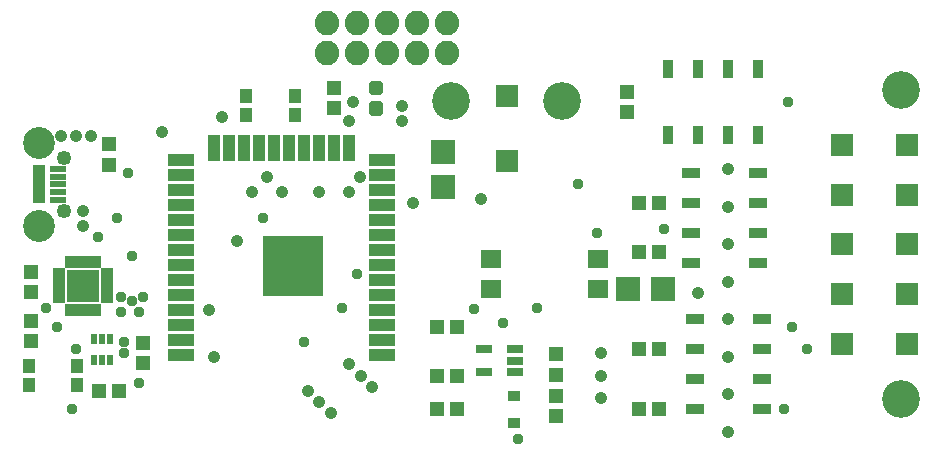
<source format=gbr>
G04 EAGLE Gerber RS-274X export*
G75*
%MOMM*%
%FSLAX34Y34*%
%LPD*%
%INSoldermask Top*%
%IPPOS*%
%AMOC8*
5,1,8,0,0,1.08239X$1,22.5*%
G01*
%ADD10R,1.883200X1.883200*%
%ADD11C,3.203200*%
%ADD12R,1.303200X1.203200*%
%ADD13R,1.203200X1.303200*%
%ADD14R,1.033200X0.833200*%
%ADD15C,0.505344*%
%ADD16R,2.203200X1.103200*%
%ADD17R,1.103200X2.203200*%
%ADD18R,5.203200X5.203200*%
%ADD19R,1.353200X0.603200*%
%ADD20C,2.703200*%
%ADD21R,1.103200X3.203200*%
%ADD22C,1.253200*%
%ADD23R,0.503200X0.863200*%
%ADD24R,2.003200X2.003200*%
%ADD25R,1.103200X1.203200*%
%ADD26R,1.703200X1.503200*%
%ADD27R,1.403200X0.753200*%
%ADD28R,0.503200X1.053200*%
%ADD29R,1.053200X0.503200*%
%ADD30R,2.753200X2.753200*%
%ADD31R,1.553200X0.853200*%
%ADD32R,0.853200X1.553200*%
%ADD33C,2.082800*%
%ADD34C,0.959600*%
%ADD35C,1.059600*%


D10*
X425450Y255075D03*
X425450Y310075D03*
D11*
X472450Y305475D03*
X378450Y305475D03*
D10*
X709100Y100150D03*
X709100Y142150D03*
X709100Y184150D03*
X709100Y226150D03*
X709100Y268150D03*
X764100Y226150D03*
X764100Y268150D03*
X764100Y184150D03*
X764100Y142150D03*
X764100Y100150D03*
D11*
X759500Y53150D03*
X759500Y315150D03*
D12*
X383150Y44450D03*
X366150Y44450D03*
X383150Y73025D03*
X366150Y73025D03*
D13*
X466725Y56125D03*
X466725Y39125D03*
D14*
X431800Y55950D03*
X431800Y32950D03*
D15*
X317815Y302695D02*
X310835Y302695D01*
X317815Y302695D02*
X317815Y295715D01*
X310835Y295715D01*
X310835Y302695D01*
X310835Y300515D02*
X317815Y300515D01*
X317815Y320235D02*
X310835Y320235D01*
X317815Y320235D02*
X317815Y313255D01*
X310835Y313255D01*
X310835Y320235D01*
X310835Y318055D02*
X317815Y318055D01*
D16*
X319625Y90950D03*
X319625Y103650D03*
X319625Y116350D03*
X319625Y129050D03*
X319625Y141750D03*
X319625Y154450D03*
X319625Y167150D03*
X319625Y179850D03*
X319625Y192550D03*
X319625Y205250D03*
X319625Y217950D03*
X319625Y230650D03*
X319625Y243350D03*
X319625Y256050D03*
D17*
X291775Y266050D03*
X279075Y266050D03*
X266375Y266050D03*
X253675Y266050D03*
X240975Y266050D03*
X228275Y266050D03*
X215575Y266050D03*
X202875Y266050D03*
X190175Y266050D03*
X177475Y266050D03*
D16*
X149625Y256050D03*
X149625Y243350D03*
X149625Y230650D03*
X149625Y217950D03*
X149625Y205250D03*
X149625Y192550D03*
X149625Y179850D03*
X149625Y167150D03*
X149625Y154450D03*
X149625Y141750D03*
X149625Y129050D03*
X149625Y116350D03*
X149625Y103650D03*
X149625Y90950D03*
D18*
X244625Y165950D03*
D19*
X45050Y234950D03*
X45050Y228450D03*
X45050Y241450D03*
X45050Y247950D03*
X45050Y221950D03*
D20*
X29300Y269950D03*
X29300Y199950D03*
D21*
X29300Y234950D03*
D22*
X50800Y257200D03*
X50800Y212700D03*
D23*
X76050Y86050D03*
X82550Y104450D03*
X89050Y104450D03*
X76050Y104450D03*
X82550Y86050D03*
X89050Y86050D03*
D13*
X22225Y143900D03*
X22225Y160900D03*
X117475Y100575D03*
X117475Y83575D03*
D12*
X80400Y60325D03*
X97400Y60325D03*
D13*
X22225Y102625D03*
X22225Y119625D03*
D12*
X383150Y114300D03*
X366150Y114300D03*
D13*
X279400Y299475D03*
X279400Y316475D03*
D24*
X527935Y146050D03*
X557915Y146050D03*
D13*
X88900Y268850D03*
X88900Y251850D03*
X466725Y74050D03*
X466725Y91050D03*
D25*
X61775Y81025D03*
X61775Y65025D03*
X20775Y65025D03*
X20775Y81025D03*
X245925Y309625D03*
X245925Y293625D03*
X204925Y293625D03*
X204925Y309625D03*
D26*
X502200Y146050D03*
X502200Y171450D03*
X412200Y171450D03*
X412200Y146050D03*
D27*
X432101Y76225D03*
X432101Y85725D03*
X432101Y95225D03*
X406099Y95225D03*
X406099Y76225D03*
D28*
X79175Y128725D03*
X74175Y128725D03*
X69175Y128725D03*
X64175Y128725D03*
X59175Y128725D03*
X54175Y128725D03*
D29*
X46175Y136725D03*
X46175Y141725D03*
X46175Y146725D03*
X46175Y151725D03*
X46175Y156725D03*
X46175Y161725D03*
X87175Y161725D03*
X87175Y156725D03*
X87175Y151725D03*
X87175Y146725D03*
X87175Y141725D03*
X87175Y136725D03*
D28*
X54175Y169725D03*
X59175Y169725D03*
X64175Y169725D03*
X69175Y169725D03*
X74175Y169725D03*
X79175Y169725D03*
D30*
X66675Y149225D03*
D31*
X581350Y244475D03*
X581350Y219075D03*
X581350Y193675D03*
X581350Y168275D03*
X637850Y168275D03*
X637850Y193675D03*
X637850Y219075D03*
X637850Y244475D03*
D12*
X537600Y219075D03*
X554600Y219075D03*
X537600Y177800D03*
X554600Y177800D03*
D31*
X584525Y120650D03*
X584525Y95250D03*
X584525Y69850D03*
X584525Y44450D03*
X641025Y44450D03*
X641025Y69850D03*
X641025Y95250D03*
X641025Y120650D03*
D12*
X537600Y95250D03*
X554600Y95250D03*
X537600Y44450D03*
X554600Y44450D03*
D32*
X561975Y276550D03*
X587375Y276550D03*
X612775Y276550D03*
X638175Y276550D03*
X638175Y333050D03*
X612775Y333050D03*
X587375Y333050D03*
X561975Y333050D03*
D13*
X527050Y296300D03*
X527050Y313300D03*
D24*
X371475Y232660D03*
X371475Y262640D03*
D33*
X273050Y346075D03*
X273050Y371475D03*
X298450Y346075D03*
X298450Y371475D03*
X323850Y346075D03*
X323850Y371475D03*
X349250Y346075D03*
X349250Y371475D03*
X374650Y346075D03*
X374650Y371475D03*
D34*
X254000Y101600D03*
X95250Y206375D03*
X34925Y130175D03*
D35*
X173038Y128588D03*
D34*
X98425Y139700D03*
X107950Y136525D03*
D35*
X47625Y276225D03*
X60325Y276225D03*
X73025Y276225D03*
X336550Y301625D03*
X336550Y288925D03*
X257175Y60325D03*
X266700Y50800D03*
X276225Y41275D03*
X292100Y82550D03*
X301625Y73025D03*
X311150Y63500D03*
X209550Y228600D03*
X234950Y228600D03*
X266700Y228600D03*
X292100Y228600D03*
X504825Y92075D03*
X504825Y73025D03*
X504825Y53975D03*
X66675Y212725D03*
X66675Y200025D03*
X196850Y187325D03*
X177800Y88900D03*
X612775Y25400D03*
X612775Y57150D03*
X612775Y88900D03*
X612775Y120650D03*
X612775Y152400D03*
X612775Y184150D03*
X612775Y215900D03*
X612775Y247650D03*
X184150Y292100D03*
X292100Y288925D03*
D34*
X98425Y127000D03*
X101600Y101600D03*
X104775Y244475D03*
X79375Y190500D03*
X434975Y19050D03*
X107950Y174625D03*
X117475Y139700D03*
X44450Y114300D03*
X57150Y44450D03*
X114300Y66675D03*
X60325Y95250D03*
X114300Y127000D03*
X101600Y92075D03*
X485775Y234950D03*
X558800Y196850D03*
X450850Y130175D03*
X298450Y158750D03*
X422275Y117475D03*
X285750Y130175D03*
X663575Y304800D03*
X660400Y44450D03*
X679450Y95250D03*
X666750Y114300D03*
X219075Y206375D03*
X397950Y129100D03*
X501650Y193675D03*
D35*
X587375Y142875D03*
X403225Y222250D03*
X301247Y241678D03*
X133350Y279400D03*
X222250Y241300D03*
X295275Y304800D03*
X346075Y219075D03*
M02*

</source>
